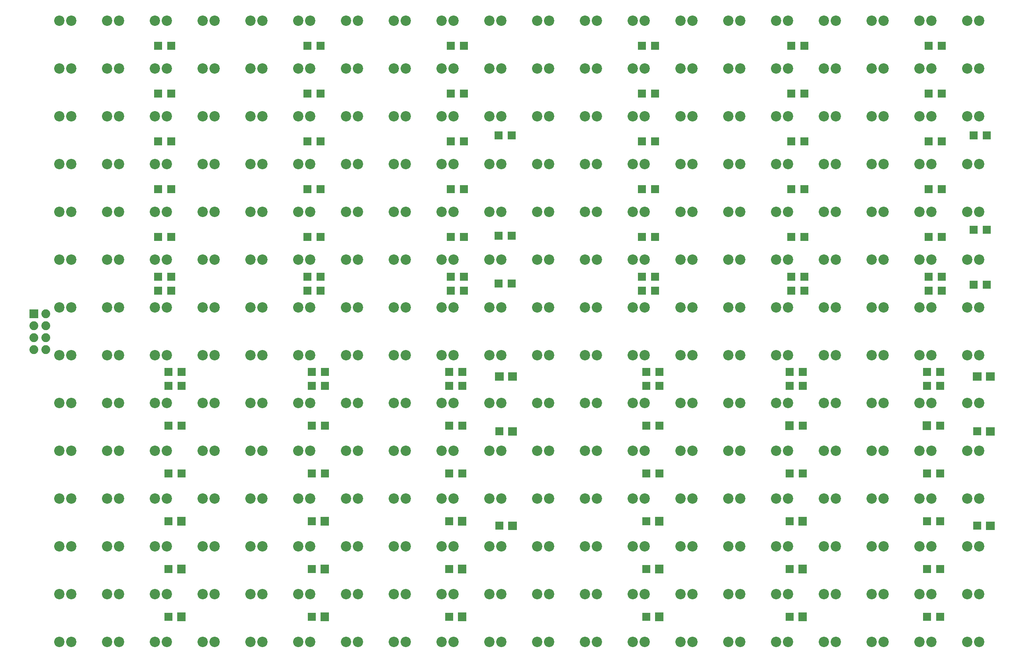
<source format=gbr>
%FSLAX34Y34*%
%MOMM*%
%LNSOLDERMASK_BOTTOM*%
G71*
G01*
%ADD10C, 2.200*%
%ADD11C, 1.880*%
%ADD12R, 1.800X1.800*%
%LPD*%
X76200Y-76200D02*
G54D10*
D03*
X101600Y-76200D02*
G54D10*
D03*
X177800Y-76200D02*
G54D10*
D03*
X203200Y-76200D02*
G54D10*
D03*
X279400Y-76200D02*
G54D10*
D03*
X304800Y-76200D02*
G54D10*
D03*
X381000Y-76200D02*
G54D10*
D03*
X406400Y-76200D02*
G54D10*
D03*
X482600Y-76200D02*
G54D10*
D03*
X508000Y-76200D02*
G54D10*
D03*
X584200Y-76200D02*
G54D10*
D03*
X609600Y-76200D02*
G54D10*
D03*
X685800Y-76200D02*
G54D10*
D03*
X711200Y-76200D02*
G54D10*
D03*
X787400Y-76200D02*
G54D10*
D03*
X812800Y-76200D02*
G54D10*
D03*
X889000Y-76200D02*
G54D10*
D03*
X914400Y-76200D02*
G54D10*
D03*
X990600Y-76200D02*
G54D10*
D03*
X1016000Y-76200D02*
G54D10*
D03*
X1092200Y-76200D02*
G54D10*
D03*
X1117600Y-76200D02*
G54D10*
D03*
X1193800Y-76200D02*
G54D10*
D03*
X1219200Y-76200D02*
G54D10*
D03*
X1295400Y-76200D02*
G54D10*
D03*
X1320800Y-76200D02*
G54D10*
D03*
X1397000Y-76200D02*
G54D10*
D03*
X1422400Y-76200D02*
G54D10*
D03*
X1498600Y-76200D02*
G54D10*
D03*
X1524000Y-76200D02*
G54D10*
D03*
X1600200Y-76200D02*
G54D10*
D03*
X1625600Y-76200D02*
G54D10*
D03*
X1701800Y-76200D02*
G54D10*
D03*
X1727200Y-76200D02*
G54D10*
D03*
X1803400Y-76200D02*
G54D10*
D03*
X1828800Y-76200D02*
G54D10*
D03*
X1905000Y-76200D02*
G54D10*
D03*
X1930400Y-76200D02*
G54D10*
D03*
X2006600Y-76200D02*
G54D10*
D03*
X2032000Y-76200D02*
G54D10*
D03*
X76200Y-177800D02*
G54D10*
D03*
X101600Y-177800D02*
G54D10*
D03*
X76200Y-279400D02*
G54D10*
D03*
X101600Y-279400D02*
G54D10*
D03*
X76200Y-381000D02*
G54D10*
D03*
X101600Y-381000D02*
G54D10*
D03*
X76200Y-482600D02*
G54D10*
D03*
X101600Y-482600D02*
G54D10*
D03*
X76200Y-584200D02*
G54D10*
D03*
X101600Y-584200D02*
G54D10*
D03*
X76200Y-685800D02*
G54D10*
D03*
X101600Y-685800D02*
G54D10*
D03*
X76200Y-787400D02*
G54D10*
D03*
X101600Y-787400D02*
G54D10*
D03*
X76200Y-889000D02*
G54D10*
D03*
X101600Y-889000D02*
G54D10*
D03*
X76200Y-990600D02*
G54D10*
D03*
X101600Y-990600D02*
G54D10*
D03*
X76200Y-1092200D02*
G54D10*
D03*
X101600Y-1092200D02*
G54D10*
D03*
X76200Y-1193800D02*
G54D10*
D03*
X101600Y-1193800D02*
G54D10*
D03*
X76200Y-1295400D02*
G54D10*
D03*
X101600Y-1295400D02*
G54D10*
D03*
X76200Y-1397000D02*
G54D10*
D03*
X101600Y-1397000D02*
G54D10*
D03*
X177800Y-177800D02*
G54D10*
D03*
X203200Y-177800D02*
G54D10*
D03*
X177800Y-279400D02*
G54D10*
D03*
X203200Y-279400D02*
G54D10*
D03*
X177800Y-381000D02*
G54D10*
D03*
X203200Y-381000D02*
G54D10*
D03*
X177800Y-482600D02*
G54D10*
D03*
X203200Y-482600D02*
G54D10*
D03*
X177800Y-584200D02*
G54D10*
D03*
X203200Y-584200D02*
G54D10*
D03*
X177800Y-685800D02*
G54D10*
D03*
X203200Y-685800D02*
G54D10*
D03*
X279400Y-177800D02*
G54D10*
D03*
X304800Y-177800D02*
G54D10*
D03*
X279400Y-279400D02*
G54D10*
D03*
X304800Y-279400D02*
G54D10*
D03*
X279400Y-381000D02*
G54D10*
D03*
X304800Y-381000D02*
G54D10*
D03*
X279400Y-482600D02*
G54D10*
D03*
X304800Y-482600D02*
G54D10*
D03*
X279400Y-584200D02*
G54D10*
D03*
X304800Y-584200D02*
G54D10*
D03*
X279400Y-685800D02*
G54D10*
D03*
X304800Y-685800D02*
G54D10*
D03*
X381000Y-177800D02*
G54D10*
D03*
X406400Y-177800D02*
G54D10*
D03*
X381000Y-279400D02*
G54D10*
D03*
X406400Y-279400D02*
G54D10*
D03*
X381000Y-381000D02*
G54D10*
D03*
X406400Y-381000D02*
G54D10*
D03*
X381000Y-482600D02*
G54D10*
D03*
X406400Y-482600D02*
G54D10*
D03*
X381000Y-584200D02*
G54D10*
D03*
X406400Y-584200D02*
G54D10*
D03*
X381000Y-685800D02*
G54D10*
D03*
X406400Y-685800D02*
G54D10*
D03*
X482600Y-177800D02*
G54D10*
D03*
X508000Y-177800D02*
G54D10*
D03*
X482600Y-279400D02*
G54D10*
D03*
X508000Y-279400D02*
G54D10*
D03*
X482600Y-381000D02*
G54D10*
D03*
X508000Y-381000D02*
G54D10*
D03*
X482600Y-482600D02*
G54D10*
D03*
X508000Y-482600D02*
G54D10*
D03*
X482600Y-584200D02*
G54D10*
D03*
X508000Y-584200D02*
G54D10*
D03*
X482600Y-685800D02*
G54D10*
D03*
X508000Y-685800D02*
G54D10*
D03*
X584200Y-177800D02*
G54D10*
D03*
X609600Y-177800D02*
G54D10*
D03*
X584200Y-279400D02*
G54D10*
D03*
X609600Y-279400D02*
G54D10*
D03*
X584200Y-381000D02*
G54D10*
D03*
X609600Y-381000D02*
G54D10*
D03*
X584200Y-482600D02*
G54D10*
D03*
X609600Y-482600D02*
G54D10*
D03*
X584200Y-584200D02*
G54D10*
D03*
X609600Y-584200D02*
G54D10*
D03*
X584200Y-685800D02*
G54D10*
D03*
X609600Y-685800D02*
G54D10*
D03*
X685800Y-177800D02*
G54D10*
D03*
X711200Y-177800D02*
G54D10*
D03*
X685800Y-279400D02*
G54D10*
D03*
X711200Y-279400D02*
G54D10*
D03*
X685800Y-381000D02*
G54D10*
D03*
X711200Y-381000D02*
G54D10*
D03*
X685800Y-482600D02*
G54D10*
D03*
X711200Y-482600D02*
G54D10*
D03*
X685800Y-584200D02*
G54D10*
D03*
X711200Y-584200D02*
G54D10*
D03*
X685800Y-685800D02*
G54D10*
D03*
X711200Y-685800D02*
G54D10*
D03*
X787400Y-177800D02*
G54D10*
D03*
X812800Y-177800D02*
G54D10*
D03*
X787400Y-279400D02*
G54D10*
D03*
X812800Y-279400D02*
G54D10*
D03*
X787400Y-381000D02*
G54D10*
D03*
X812800Y-381000D02*
G54D10*
D03*
X787400Y-482600D02*
G54D10*
D03*
X812800Y-482600D02*
G54D10*
D03*
X787400Y-584200D02*
G54D10*
D03*
X812800Y-584200D02*
G54D10*
D03*
X787400Y-685800D02*
G54D10*
D03*
X812800Y-685800D02*
G54D10*
D03*
X889000Y-177800D02*
G54D10*
D03*
X914400Y-177800D02*
G54D10*
D03*
X889000Y-279400D02*
G54D10*
D03*
X914400Y-279400D02*
G54D10*
D03*
X889000Y-381000D02*
G54D10*
D03*
X914400Y-381000D02*
G54D10*
D03*
X889000Y-482600D02*
G54D10*
D03*
X914400Y-482600D02*
G54D10*
D03*
X889000Y-584200D02*
G54D10*
D03*
X914400Y-584200D02*
G54D10*
D03*
X889000Y-685800D02*
G54D10*
D03*
X914400Y-685800D02*
G54D10*
D03*
X990600Y-177800D02*
G54D10*
D03*
X1016000Y-177800D02*
G54D10*
D03*
X990600Y-279400D02*
G54D10*
D03*
X1016000Y-279400D02*
G54D10*
D03*
X990600Y-381000D02*
G54D10*
D03*
X1016000Y-381000D02*
G54D10*
D03*
X990600Y-482600D02*
G54D10*
D03*
X1016000Y-482600D02*
G54D10*
D03*
X990600Y-584200D02*
G54D10*
D03*
X1016000Y-584200D02*
G54D10*
D03*
X990600Y-685800D02*
G54D10*
D03*
X1016000Y-685800D02*
G54D10*
D03*
X1092200Y-177800D02*
G54D10*
D03*
X1117600Y-177800D02*
G54D10*
D03*
X1092200Y-279400D02*
G54D10*
D03*
X1117600Y-279400D02*
G54D10*
D03*
X1092200Y-381000D02*
G54D10*
D03*
X1117600Y-381000D02*
G54D10*
D03*
X1092200Y-482600D02*
G54D10*
D03*
X1117600Y-482600D02*
G54D10*
D03*
X1092200Y-584200D02*
G54D10*
D03*
X1117600Y-584200D02*
G54D10*
D03*
X1092200Y-685800D02*
G54D10*
D03*
X1117600Y-685800D02*
G54D10*
D03*
X1193800Y-177800D02*
G54D10*
D03*
X1219200Y-177800D02*
G54D10*
D03*
X1193800Y-279400D02*
G54D10*
D03*
X1219200Y-279400D02*
G54D10*
D03*
X1193800Y-381000D02*
G54D10*
D03*
X1219200Y-381000D02*
G54D10*
D03*
X1193800Y-482600D02*
G54D10*
D03*
X1219200Y-482600D02*
G54D10*
D03*
X1193800Y-584200D02*
G54D10*
D03*
X1219200Y-584200D02*
G54D10*
D03*
X1193800Y-685800D02*
G54D10*
D03*
X1219200Y-685800D02*
G54D10*
D03*
X1295400Y-177800D02*
G54D10*
D03*
X1320800Y-177800D02*
G54D10*
D03*
X1295400Y-279400D02*
G54D10*
D03*
X1320800Y-279400D02*
G54D10*
D03*
X1295400Y-381000D02*
G54D10*
D03*
X1320800Y-381000D02*
G54D10*
D03*
X1295400Y-482600D02*
G54D10*
D03*
X1320800Y-482600D02*
G54D10*
D03*
X1295400Y-584200D02*
G54D10*
D03*
X1320800Y-584200D02*
G54D10*
D03*
X1295400Y-685800D02*
G54D10*
D03*
X1320800Y-685800D02*
G54D10*
D03*
X1397000Y-177800D02*
G54D10*
D03*
X1422400Y-177800D02*
G54D10*
D03*
X1397000Y-279400D02*
G54D10*
D03*
X1422400Y-279400D02*
G54D10*
D03*
X1397000Y-381000D02*
G54D10*
D03*
X1422400Y-381000D02*
G54D10*
D03*
X1397000Y-482600D02*
G54D10*
D03*
X1422400Y-482600D02*
G54D10*
D03*
X1397000Y-584200D02*
G54D10*
D03*
X1422400Y-584200D02*
G54D10*
D03*
X1397000Y-685800D02*
G54D10*
D03*
X1422400Y-685800D02*
G54D10*
D03*
X1498600Y-177800D02*
G54D10*
D03*
X1524000Y-177800D02*
G54D10*
D03*
X1498600Y-279400D02*
G54D10*
D03*
X1524000Y-279400D02*
G54D10*
D03*
X1498600Y-381000D02*
G54D10*
D03*
X1524000Y-381000D02*
G54D10*
D03*
X1498600Y-482600D02*
G54D10*
D03*
X1524000Y-482600D02*
G54D10*
D03*
X1498600Y-584200D02*
G54D10*
D03*
X1524000Y-584200D02*
G54D10*
D03*
X1498600Y-685800D02*
G54D10*
D03*
X1524000Y-685800D02*
G54D10*
D03*
X1600200Y-177800D02*
G54D10*
D03*
X1625600Y-177800D02*
G54D10*
D03*
X1600200Y-279400D02*
G54D10*
D03*
X1625600Y-279400D02*
G54D10*
D03*
X1600200Y-381000D02*
G54D10*
D03*
X1625600Y-381000D02*
G54D10*
D03*
X1600200Y-482600D02*
G54D10*
D03*
X1625600Y-482600D02*
G54D10*
D03*
X1600200Y-584200D02*
G54D10*
D03*
X1625600Y-584200D02*
G54D10*
D03*
X1600200Y-685800D02*
G54D10*
D03*
X1625600Y-685800D02*
G54D10*
D03*
X1701800Y-177800D02*
G54D10*
D03*
X1727200Y-177800D02*
G54D10*
D03*
X1701800Y-279400D02*
G54D10*
D03*
X1727200Y-279400D02*
G54D10*
D03*
X1701800Y-381000D02*
G54D10*
D03*
X1727200Y-381000D02*
G54D10*
D03*
X1701800Y-482600D02*
G54D10*
D03*
X1727200Y-482600D02*
G54D10*
D03*
X1701800Y-584200D02*
G54D10*
D03*
X1727200Y-584200D02*
G54D10*
D03*
X1701800Y-685800D02*
G54D10*
D03*
X1727200Y-685800D02*
G54D10*
D03*
X1803400Y-177800D02*
G54D10*
D03*
X1828800Y-177800D02*
G54D10*
D03*
X1803400Y-279400D02*
G54D10*
D03*
X1828800Y-279400D02*
G54D10*
D03*
X1803400Y-381000D02*
G54D10*
D03*
X1828800Y-381000D02*
G54D10*
D03*
X1803400Y-482600D02*
G54D10*
D03*
X1828800Y-482600D02*
G54D10*
D03*
X1803400Y-584200D02*
G54D10*
D03*
X1828800Y-584200D02*
G54D10*
D03*
X1803400Y-685800D02*
G54D10*
D03*
X1828800Y-685800D02*
G54D10*
D03*
X1905000Y-177800D02*
G54D10*
D03*
X1930400Y-177800D02*
G54D10*
D03*
X1905000Y-279400D02*
G54D10*
D03*
X1930400Y-279400D02*
G54D10*
D03*
X1905000Y-381000D02*
G54D10*
D03*
X1930400Y-381000D02*
G54D10*
D03*
X1905000Y-482600D02*
G54D10*
D03*
X1930400Y-482600D02*
G54D10*
D03*
X1905000Y-584200D02*
G54D10*
D03*
X1930400Y-584200D02*
G54D10*
D03*
X1905000Y-685800D02*
G54D10*
D03*
X1930400Y-685800D02*
G54D10*
D03*
X2006600Y-177800D02*
G54D10*
D03*
X2032000Y-177800D02*
G54D10*
D03*
X2006600Y-279400D02*
G54D10*
D03*
X2032000Y-279400D02*
G54D10*
D03*
X2006600Y-381000D02*
G54D10*
D03*
X2032000Y-381000D02*
G54D10*
D03*
X2006600Y-482600D02*
G54D10*
D03*
X2032000Y-482600D02*
G54D10*
D03*
X2006600Y-584200D02*
G54D10*
D03*
X2032000Y-584200D02*
G54D10*
D03*
X2006600Y-685800D02*
G54D10*
D03*
X2032000Y-685800D02*
G54D10*
D03*
X177800Y-787400D02*
G54D10*
D03*
X203200Y-787400D02*
G54D10*
D03*
X279400Y-787400D02*
G54D10*
D03*
X304800Y-787400D02*
G54D10*
D03*
X381000Y-787400D02*
G54D10*
D03*
X406400Y-787400D02*
G54D10*
D03*
X482600Y-787400D02*
G54D10*
D03*
X508000Y-787400D02*
G54D10*
D03*
X584200Y-787400D02*
G54D10*
D03*
X609600Y-787400D02*
G54D10*
D03*
X685800Y-787400D02*
G54D10*
D03*
X711200Y-787400D02*
G54D10*
D03*
X787400Y-787400D02*
G54D10*
D03*
X812800Y-787400D02*
G54D10*
D03*
X889000Y-787400D02*
G54D10*
D03*
X914400Y-787400D02*
G54D10*
D03*
X990600Y-787400D02*
G54D10*
D03*
X1016000Y-787400D02*
G54D10*
D03*
X177800Y-889000D02*
G54D10*
D03*
X203200Y-889000D02*
G54D10*
D03*
X177800Y-990600D02*
G54D10*
D03*
X203200Y-990600D02*
G54D10*
D03*
X177800Y-1092200D02*
G54D10*
D03*
X203200Y-1092200D02*
G54D10*
D03*
X177800Y-1193800D02*
G54D10*
D03*
X203200Y-1193800D02*
G54D10*
D03*
X177800Y-1295400D02*
G54D10*
D03*
X203200Y-1295400D02*
G54D10*
D03*
X177800Y-1397000D02*
G54D10*
D03*
X203200Y-1397000D02*
G54D10*
D03*
X279400Y-889000D02*
G54D10*
D03*
X304800Y-889000D02*
G54D10*
D03*
X279400Y-990600D02*
G54D10*
D03*
X304800Y-990600D02*
G54D10*
D03*
X279400Y-1092200D02*
G54D10*
D03*
X304800Y-1092200D02*
G54D10*
D03*
X279400Y-1193800D02*
G54D10*
D03*
X304800Y-1193800D02*
G54D10*
D03*
X279400Y-1295400D02*
G54D10*
D03*
X304800Y-1295400D02*
G54D10*
D03*
X279400Y-1397000D02*
G54D10*
D03*
X304800Y-1397000D02*
G54D10*
D03*
X381000Y-889000D02*
G54D10*
D03*
X406400Y-889000D02*
G54D10*
D03*
X381000Y-990600D02*
G54D10*
D03*
X406400Y-990600D02*
G54D10*
D03*
X381000Y-1092200D02*
G54D10*
D03*
X406400Y-1092200D02*
G54D10*
D03*
X381000Y-1193800D02*
G54D10*
D03*
X406400Y-1193800D02*
G54D10*
D03*
X381000Y-1295400D02*
G54D10*
D03*
X406400Y-1295400D02*
G54D10*
D03*
X381000Y-1397000D02*
G54D10*
D03*
X406400Y-1397000D02*
G54D10*
D03*
X482600Y-889000D02*
G54D10*
D03*
X508000Y-889000D02*
G54D10*
D03*
X482600Y-990600D02*
G54D10*
D03*
X508000Y-990600D02*
G54D10*
D03*
X482600Y-1092200D02*
G54D10*
D03*
X508000Y-1092200D02*
G54D10*
D03*
X482600Y-1193800D02*
G54D10*
D03*
X508000Y-1193800D02*
G54D10*
D03*
X482600Y-1295400D02*
G54D10*
D03*
X508000Y-1295400D02*
G54D10*
D03*
X482600Y-1397000D02*
G54D10*
D03*
X508000Y-1397000D02*
G54D10*
D03*
X584200Y-889000D02*
G54D10*
D03*
X609600Y-889000D02*
G54D10*
D03*
X584200Y-990600D02*
G54D10*
D03*
X609600Y-990600D02*
G54D10*
D03*
X584200Y-1092200D02*
G54D10*
D03*
X609600Y-1092200D02*
G54D10*
D03*
X584200Y-1193800D02*
G54D10*
D03*
X609600Y-1193800D02*
G54D10*
D03*
X584200Y-1295400D02*
G54D10*
D03*
X609600Y-1295400D02*
G54D10*
D03*
X584200Y-1397000D02*
G54D10*
D03*
X609600Y-1397000D02*
G54D10*
D03*
X685800Y-889000D02*
G54D10*
D03*
X711200Y-889000D02*
G54D10*
D03*
X685800Y-990600D02*
G54D10*
D03*
X711200Y-990600D02*
G54D10*
D03*
X685800Y-1092200D02*
G54D10*
D03*
X711200Y-1092200D02*
G54D10*
D03*
X685800Y-1193800D02*
G54D10*
D03*
X711200Y-1193800D02*
G54D10*
D03*
X685800Y-1295400D02*
G54D10*
D03*
X711200Y-1295400D02*
G54D10*
D03*
X685800Y-1397000D02*
G54D10*
D03*
X711200Y-1397000D02*
G54D10*
D03*
X787400Y-889000D02*
G54D10*
D03*
X812800Y-889000D02*
G54D10*
D03*
X787400Y-990600D02*
G54D10*
D03*
X812800Y-990600D02*
G54D10*
D03*
X787400Y-1092200D02*
G54D10*
D03*
X812800Y-1092200D02*
G54D10*
D03*
X787400Y-1193800D02*
G54D10*
D03*
X812800Y-1193800D02*
G54D10*
D03*
X787400Y-1295400D02*
G54D10*
D03*
X812800Y-1295400D02*
G54D10*
D03*
X787400Y-1397000D02*
G54D10*
D03*
X812800Y-1397000D02*
G54D10*
D03*
X889000Y-889000D02*
G54D10*
D03*
X914400Y-889000D02*
G54D10*
D03*
X889000Y-990600D02*
G54D10*
D03*
X914400Y-990600D02*
G54D10*
D03*
X889000Y-1092200D02*
G54D10*
D03*
X914400Y-1092200D02*
G54D10*
D03*
X889000Y-1193800D02*
G54D10*
D03*
X914400Y-1193800D02*
G54D10*
D03*
X889000Y-1295400D02*
G54D10*
D03*
X914400Y-1295400D02*
G54D10*
D03*
X889000Y-1397000D02*
G54D10*
D03*
X914400Y-1397000D02*
G54D10*
D03*
X990600Y-889000D02*
G54D10*
D03*
X1016000Y-889000D02*
G54D10*
D03*
X990600Y-990600D02*
G54D10*
D03*
X1016000Y-990600D02*
G54D10*
D03*
X990600Y-1092200D02*
G54D10*
D03*
X1016000Y-1092200D02*
G54D10*
D03*
X990600Y-1193800D02*
G54D10*
D03*
X1016000Y-1193800D02*
G54D10*
D03*
X990600Y-1295400D02*
G54D10*
D03*
X1016000Y-1295400D02*
G54D10*
D03*
X990600Y-1397000D02*
G54D10*
D03*
X1016000Y-1397000D02*
G54D10*
D03*
X1092200Y-787400D02*
G54D10*
D03*
X1117600Y-787400D02*
G54D10*
D03*
X1092200Y-889000D02*
G54D10*
D03*
X1117600Y-889000D02*
G54D10*
D03*
X1092200Y-990600D02*
G54D10*
D03*
X1117600Y-990600D02*
G54D10*
D03*
X1092200Y-1092200D02*
G54D10*
D03*
X1117600Y-1092200D02*
G54D10*
D03*
X1092200Y-1193800D02*
G54D10*
D03*
X1117600Y-1193800D02*
G54D10*
D03*
X1092200Y-1295400D02*
G54D10*
D03*
X1117600Y-1295400D02*
G54D10*
D03*
X1092200Y-1397000D02*
G54D10*
D03*
X1117600Y-1397000D02*
G54D10*
D03*
X1193800Y-787400D02*
G54D10*
D03*
X1219200Y-787400D02*
G54D10*
D03*
X1295400Y-787400D02*
G54D10*
D03*
X1320800Y-787400D02*
G54D10*
D03*
X1397000Y-787400D02*
G54D10*
D03*
X1422400Y-787400D02*
G54D10*
D03*
X1498600Y-787400D02*
G54D10*
D03*
X1524000Y-787400D02*
G54D10*
D03*
X1600200Y-787400D02*
G54D10*
D03*
X1625600Y-787400D02*
G54D10*
D03*
X1701800Y-787400D02*
G54D10*
D03*
X1727200Y-787400D02*
G54D10*
D03*
X1803400Y-787400D02*
G54D10*
D03*
X1828800Y-787400D02*
G54D10*
D03*
X1905000Y-787400D02*
G54D10*
D03*
X1930400Y-787400D02*
G54D10*
D03*
X2006600Y-787400D02*
G54D10*
D03*
X2032000Y-787400D02*
G54D10*
D03*
X1193800Y-889000D02*
G54D10*
D03*
X1219200Y-889000D02*
G54D10*
D03*
X1193800Y-990600D02*
G54D10*
D03*
X1219200Y-990600D02*
G54D10*
D03*
X1193800Y-1092200D02*
G54D10*
D03*
X1219200Y-1092200D02*
G54D10*
D03*
X1193800Y-1193800D02*
G54D10*
D03*
X1219200Y-1193800D02*
G54D10*
D03*
X1193800Y-1295400D02*
G54D10*
D03*
X1219200Y-1295400D02*
G54D10*
D03*
X1193800Y-1397000D02*
G54D10*
D03*
X1219200Y-1397000D02*
G54D10*
D03*
X1295400Y-889000D02*
G54D10*
D03*
X1320800Y-889000D02*
G54D10*
D03*
X1295400Y-990600D02*
G54D10*
D03*
X1320800Y-990600D02*
G54D10*
D03*
X1295400Y-1092200D02*
G54D10*
D03*
X1320800Y-1092200D02*
G54D10*
D03*
X1295400Y-1193800D02*
G54D10*
D03*
X1320800Y-1193800D02*
G54D10*
D03*
X1295400Y-1295400D02*
G54D10*
D03*
X1320800Y-1295400D02*
G54D10*
D03*
X1295400Y-1397000D02*
G54D10*
D03*
X1320800Y-1397000D02*
G54D10*
D03*
X1397000Y-889000D02*
G54D10*
D03*
X1422400Y-889000D02*
G54D10*
D03*
X1397000Y-990600D02*
G54D10*
D03*
X1422400Y-990600D02*
G54D10*
D03*
X1397000Y-1092200D02*
G54D10*
D03*
X1422400Y-1092200D02*
G54D10*
D03*
X1397000Y-1193800D02*
G54D10*
D03*
X1422400Y-1193800D02*
G54D10*
D03*
X1397000Y-1295400D02*
G54D10*
D03*
X1422400Y-1295400D02*
G54D10*
D03*
X1397000Y-1397000D02*
G54D10*
D03*
X1422400Y-1397000D02*
G54D10*
D03*
X1498600Y-889000D02*
G54D10*
D03*
X1524000Y-889000D02*
G54D10*
D03*
X1498600Y-990600D02*
G54D10*
D03*
X1524000Y-990600D02*
G54D10*
D03*
X1498600Y-1092200D02*
G54D10*
D03*
X1524000Y-1092200D02*
G54D10*
D03*
X1498600Y-1193800D02*
G54D10*
D03*
X1524000Y-1193800D02*
G54D10*
D03*
X1498600Y-1295400D02*
G54D10*
D03*
X1524000Y-1295400D02*
G54D10*
D03*
X1498600Y-1397000D02*
G54D10*
D03*
X1524000Y-1397000D02*
G54D10*
D03*
X1600200Y-889000D02*
G54D10*
D03*
X1625600Y-889000D02*
G54D10*
D03*
X1600200Y-990600D02*
G54D10*
D03*
X1625600Y-990600D02*
G54D10*
D03*
X1600200Y-1092200D02*
G54D10*
D03*
X1625600Y-1092200D02*
G54D10*
D03*
X1600200Y-1193800D02*
G54D10*
D03*
X1625600Y-1193800D02*
G54D10*
D03*
X1600200Y-1295400D02*
G54D10*
D03*
X1625600Y-1295400D02*
G54D10*
D03*
X1600200Y-1397000D02*
G54D10*
D03*
X1625600Y-1397000D02*
G54D10*
D03*
X1701800Y-889000D02*
G54D10*
D03*
X1727200Y-889000D02*
G54D10*
D03*
X1701800Y-990600D02*
G54D10*
D03*
X1727200Y-990600D02*
G54D10*
D03*
X1701800Y-1092200D02*
G54D10*
D03*
X1727200Y-1092200D02*
G54D10*
D03*
X1701800Y-1193800D02*
G54D10*
D03*
X1727200Y-1193800D02*
G54D10*
D03*
X1701800Y-1295400D02*
G54D10*
D03*
X1727200Y-1295400D02*
G54D10*
D03*
X1701800Y-1397000D02*
G54D10*
D03*
X1727200Y-1397000D02*
G54D10*
D03*
X1803400Y-889000D02*
G54D10*
D03*
X1828800Y-889000D02*
G54D10*
D03*
X1803400Y-990600D02*
G54D10*
D03*
X1828800Y-990600D02*
G54D10*
D03*
X1803400Y-1092200D02*
G54D10*
D03*
X1828800Y-1092200D02*
G54D10*
D03*
X1803400Y-1193800D02*
G54D10*
D03*
X1828800Y-1193800D02*
G54D10*
D03*
X1803400Y-1295400D02*
G54D10*
D03*
X1828800Y-1295400D02*
G54D10*
D03*
X1803400Y-1397000D02*
G54D10*
D03*
X1828800Y-1397000D02*
G54D10*
D03*
X1905000Y-889000D02*
G54D10*
D03*
X1930400Y-889000D02*
G54D10*
D03*
X1905000Y-990600D02*
G54D10*
D03*
X1930400Y-990600D02*
G54D10*
D03*
X1905000Y-1092200D02*
G54D10*
D03*
X1930400Y-1092200D02*
G54D10*
D03*
X1905000Y-1193800D02*
G54D10*
D03*
X1930400Y-1193800D02*
G54D10*
D03*
X1905000Y-1295400D02*
G54D10*
D03*
X1930400Y-1295400D02*
G54D10*
D03*
X1905000Y-1397000D02*
G54D10*
D03*
X1930400Y-1397000D02*
G54D10*
D03*
X2006600Y-889000D02*
G54D10*
D03*
X2032000Y-889000D02*
G54D10*
D03*
X2006600Y-990600D02*
G54D10*
D03*
X2032000Y-990600D02*
G54D10*
D03*
X2006600Y-1092200D02*
G54D10*
D03*
X2032000Y-1092200D02*
G54D10*
D03*
X2006600Y-1193800D02*
G54D10*
D03*
X2032000Y-1193800D02*
G54D10*
D03*
X2006600Y-1295400D02*
G54D10*
D03*
X2032000Y-1295400D02*
G54D10*
D03*
X2006600Y-1397000D02*
G54D10*
D03*
X2032000Y-1397000D02*
G54D10*
D03*
G36*
X31649Y-689876D02*
X31649Y-708676D01*
X12849Y-708676D01*
X12849Y-689876D01*
X31649Y-689876D01*
G37*
X47649Y-699276D02*
G54D11*
D03*
X22249Y-724676D02*
G54D11*
D03*
X47649Y-724676D02*
G54D11*
D03*
X22249Y-750076D02*
G54D11*
D03*
X47649Y-750076D02*
G54D11*
D03*
X22249Y-775476D02*
G54D11*
D03*
X47649Y-775476D02*
G54D11*
D03*
X314400Y-649875D02*
G54D12*
D03*
X286400Y-649875D02*
G54D12*
D03*
X314400Y-620665D02*
G54D12*
D03*
X286400Y-620665D02*
G54D12*
D03*
X314400Y-535575D02*
G54D12*
D03*
X286400Y-535575D02*
G54D12*
D03*
X314400Y-433975D02*
G54D12*
D03*
X286400Y-433975D02*
G54D12*
D03*
X314400Y-332375D02*
G54D12*
D03*
X286400Y-332375D02*
G54D12*
D03*
X314400Y-230775D02*
G54D12*
D03*
X286400Y-230775D02*
G54D12*
D03*
X314400Y-129175D02*
G54D12*
D03*
X286400Y-129175D02*
G54D12*
D03*
X631900Y-649875D02*
G54D12*
D03*
X603900Y-649875D02*
G54D12*
D03*
X631900Y-620665D02*
G54D12*
D03*
X603900Y-620665D02*
G54D12*
D03*
X631900Y-535575D02*
G54D12*
D03*
X603900Y-535575D02*
G54D12*
D03*
X631900Y-433975D02*
G54D12*
D03*
X603900Y-433975D02*
G54D12*
D03*
X631900Y-332375D02*
G54D12*
D03*
X603900Y-332375D02*
G54D12*
D03*
X631900Y-230775D02*
G54D12*
D03*
X603900Y-230775D02*
G54D12*
D03*
X631900Y-129175D02*
G54D12*
D03*
X603900Y-129175D02*
G54D12*
D03*
X936700Y-649875D02*
G54D12*
D03*
X908700Y-649875D02*
G54D12*
D03*
X936700Y-620665D02*
G54D12*
D03*
X908700Y-620665D02*
G54D12*
D03*
X936700Y-535575D02*
G54D12*
D03*
X908700Y-535575D02*
G54D12*
D03*
X936700Y-433975D02*
G54D12*
D03*
X908700Y-433975D02*
G54D12*
D03*
X936700Y-332375D02*
G54D12*
D03*
X908700Y-332375D02*
G54D12*
D03*
X936700Y-230775D02*
G54D12*
D03*
X908700Y-230775D02*
G54D12*
D03*
X936700Y-129175D02*
G54D12*
D03*
X908700Y-129175D02*
G54D12*
D03*
X1038300Y-319675D02*
G54D12*
D03*
X1010300Y-319675D02*
G54D12*
D03*
X1038300Y-533035D02*
G54D12*
D03*
X1010300Y-533035D02*
G54D12*
D03*
X1343100Y-649875D02*
G54D12*
D03*
X1315100Y-649875D02*
G54D12*
D03*
X1343100Y-620665D02*
G54D12*
D03*
X1315100Y-620665D02*
G54D12*
D03*
X1343100Y-535575D02*
G54D12*
D03*
X1315100Y-535575D02*
G54D12*
D03*
X1343100Y-433975D02*
G54D12*
D03*
X1315100Y-433975D02*
G54D12*
D03*
X1343100Y-332375D02*
G54D12*
D03*
X1315100Y-332375D02*
G54D12*
D03*
X1343100Y-230775D02*
G54D12*
D03*
X1315100Y-230775D02*
G54D12*
D03*
X1343100Y-129175D02*
G54D12*
D03*
X1315100Y-129175D02*
G54D12*
D03*
X1660600Y-649875D02*
G54D12*
D03*
X1632600Y-649875D02*
G54D12*
D03*
X1660600Y-620665D02*
G54D12*
D03*
X1632600Y-620665D02*
G54D12*
D03*
X1660600Y-535575D02*
G54D12*
D03*
X1632600Y-535575D02*
G54D12*
D03*
X1660600Y-433975D02*
G54D12*
D03*
X1632600Y-433975D02*
G54D12*
D03*
X1660600Y-332375D02*
G54D12*
D03*
X1632600Y-332375D02*
G54D12*
D03*
X1660600Y-230775D02*
G54D12*
D03*
X1632600Y-230775D02*
G54D12*
D03*
X1660600Y-129175D02*
G54D12*
D03*
X1632600Y-129175D02*
G54D12*
D03*
X1952700Y-649875D02*
G54D12*
D03*
X1924700Y-649875D02*
G54D12*
D03*
X1952700Y-620665D02*
G54D12*
D03*
X1924700Y-620665D02*
G54D12*
D03*
X1952700Y-535575D02*
G54D12*
D03*
X1924700Y-535575D02*
G54D12*
D03*
X1952700Y-433975D02*
G54D12*
D03*
X1924700Y-433975D02*
G54D12*
D03*
X1952700Y-332375D02*
G54D12*
D03*
X1924700Y-332375D02*
G54D12*
D03*
X1952700Y-230775D02*
G54D12*
D03*
X1924700Y-230775D02*
G54D12*
D03*
X1952700Y-129175D02*
G54D12*
D03*
X1924700Y-129175D02*
G54D12*
D03*
X2047950Y-319675D02*
G54D12*
D03*
X2019950Y-319675D02*
G54D12*
D03*
X2047950Y-520335D02*
G54D12*
D03*
X2019950Y-520335D02*
G54D12*
D03*
X2047950Y-637175D02*
G54D12*
D03*
X2019950Y-637175D02*
G54D12*
D03*
X1038300Y-634635D02*
G54D12*
D03*
X1010300Y-634635D02*
G54D12*
D03*
X1323920Y-822684D02*
G54D12*
D03*
X1351920Y-822684D02*
G54D12*
D03*
X1323920Y-851894D02*
G54D12*
D03*
X1351920Y-851894D02*
G54D12*
D03*
X1323920Y-936984D02*
G54D12*
D03*
X1351920Y-936984D02*
G54D12*
D03*
X1323920Y-1038584D02*
G54D12*
D03*
X1351920Y-1038584D02*
G54D12*
D03*
X1323920Y-1140184D02*
G54D12*
D03*
G36*
X1342920Y-1131184D02*
X1360920Y-1131184D01*
X1360920Y-1149184D01*
X1342920Y-1149184D01*
X1342920Y-1131184D01*
G37*
X1323920Y-1241784D02*
G54D12*
D03*
G36*
X1342920Y-1232784D02*
X1360920Y-1232784D01*
X1360920Y-1250784D01*
X1342920Y-1250784D01*
X1342920Y-1232784D01*
G37*
X1323920Y-1343384D02*
G54D12*
D03*
G36*
X1342920Y-1334384D02*
X1360920Y-1334384D01*
X1360920Y-1352384D01*
X1342920Y-1352384D01*
X1342920Y-1334384D01*
G37*
X1628720Y-822684D02*
G54D12*
D03*
X1656720Y-822684D02*
G54D12*
D03*
X1628720Y-851894D02*
G54D12*
D03*
X1656720Y-851894D02*
G54D12*
D03*
G36*
X1619720Y-927984D02*
X1637720Y-927984D01*
X1637720Y-945984D01*
X1619720Y-945984D01*
X1619720Y-927984D01*
G37*
X1656720Y-936984D02*
G54D12*
D03*
X1628720Y-1038584D02*
G54D12*
D03*
X1656720Y-1038584D02*
G54D12*
D03*
X1628720Y-1140184D02*
G54D12*
D03*
G36*
X1647720Y-1131184D02*
X1665720Y-1131184D01*
X1665720Y-1149184D01*
X1647720Y-1149184D01*
X1647720Y-1131184D01*
G37*
X1628720Y-1241784D02*
G54D12*
D03*
G36*
X1647720Y-1232784D02*
X1665720Y-1232784D01*
X1665720Y-1250784D01*
X1647720Y-1250784D01*
X1647720Y-1232784D01*
G37*
X1628720Y-1343384D02*
G54D12*
D03*
G36*
X1647720Y-1334384D02*
X1665720Y-1334384D01*
X1665720Y-1352384D01*
X1647720Y-1352384D01*
X1647720Y-1334384D01*
G37*
X1920820Y-822684D02*
G54D12*
D03*
X1948820Y-822684D02*
G54D12*
D03*
X1920820Y-851894D02*
G54D12*
D03*
X1948820Y-851894D02*
G54D12*
D03*
G36*
X1911820Y-927984D02*
X1929820Y-927984D01*
X1929820Y-945984D01*
X1911820Y-945984D01*
X1911820Y-927984D01*
G37*
X1948820Y-936984D02*
G54D12*
D03*
X1920820Y-1038584D02*
G54D12*
D03*
X1948820Y-1038584D02*
G54D12*
D03*
X1920820Y-1140184D02*
G54D12*
D03*
X1948820Y-1140184D02*
G54D12*
D03*
X1920820Y-1241784D02*
G54D12*
D03*
X1948820Y-1241784D02*
G54D12*
D03*
X1920820Y-1343384D02*
G54D12*
D03*
X1948820Y-1343384D02*
G54D12*
D03*
X2027778Y-1149699D02*
G54D12*
D03*
G36*
X2046778Y-1140700D02*
X2064778Y-1140699D01*
X2064778Y-1158699D01*
X2046778Y-1158700D01*
X2046778Y-1140700D01*
G37*
X2027778Y-949040D02*
G54D12*
D03*
G36*
X2046778Y-940040D02*
X2064778Y-940039D01*
X2064778Y-958039D01*
X2046778Y-958040D01*
X2046778Y-940040D01*
G37*
G36*
X2018778Y-823200D02*
X2036778Y-823199D01*
X2036778Y-841199D01*
X2018778Y-841200D01*
X2018778Y-823200D01*
G37*
G36*
X2046778Y-823200D02*
X2064778Y-823199D01*
X2064778Y-841199D01*
X2046778Y-841200D01*
X2046778Y-823200D01*
G37*
X307920Y-822684D02*
G54D12*
D03*
X335920Y-822684D02*
G54D12*
D03*
X307920Y-851894D02*
G54D12*
D03*
X335920Y-851894D02*
G54D12*
D03*
X307920Y-936984D02*
G54D12*
D03*
X335920Y-936984D02*
G54D12*
D03*
X307920Y-1038584D02*
G54D12*
D03*
X335920Y-1038584D02*
G54D12*
D03*
X307920Y-1140184D02*
G54D12*
D03*
G36*
X326920Y-1131184D02*
X344920Y-1131184D01*
X344920Y-1149184D01*
X326920Y-1149184D01*
X326920Y-1131184D01*
G37*
X307920Y-1241784D02*
G54D12*
D03*
G36*
X326920Y-1232784D02*
X344920Y-1232784D01*
X344920Y-1250784D01*
X326920Y-1250784D01*
X326920Y-1232784D01*
G37*
X307920Y-1343384D02*
G54D12*
D03*
G36*
X326920Y-1334384D02*
X344920Y-1334384D01*
X344920Y-1352384D01*
X326920Y-1352384D01*
X326920Y-1334384D01*
G37*
X612720Y-822684D02*
G54D12*
D03*
X640720Y-822684D02*
G54D12*
D03*
X612720Y-851894D02*
G54D12*
D03*
X640720Y-851894D02*
G54D12*
D03*
X612720Y-936984D02*
G54D12*
D03*
X640720Y-936984D02*
G54D12*
D03*
X612720Y-1038584D02*
G54D12*
D03*
X640720Y-1038584D02*
G54D12*
D03*
X612720Y-1140184D02*
G54D12*
D03*
G36*
X631720Y-1131184D02*
X649720Y-1131184D01*
X649720Y-1149184D01*
X631720Y-1149184D01*
X631720Y-1131184D01*
G37*
X612720Y-1241784D02*
G54D12*
D03*
G36*
X631720Y-1232784D02*
X649720Y-1232784D01*
X649720Y-1250784D01*
X631720Y-1250784D01*
X631720Y-1232784D01*
G37*
X612720Y-1343384D02*
G54D12*
D03*
G36*
X631720Y-1334384D02*
X649720Y-1334384D01*
X649720Y-1352384D01*
X631720Y-1352384D01*
X631720Y-1334384D01*
G37*
X904820Y-822684D02*
G54D12*
D03*
X932820Y-822684D02*
G54D12*
D03*
X904820Y-851894D02*
G54D12*
D03*
X932820Y-851894D02*
G54D12*
D03*
X904820Y-936984D02*
G54D12*
D03*
X932820Y-936984D02*
G54D12*
D03*
X904820Y-1038584D02*
G54D12*
D03*
X932820Y-1038584D02*
G54D12*
D03*
X904820Y-1140184D02*
G54D12*
D03*
G36*
X923820Y-1131184D02*
X941820Y-1131184D01*
X941820Y-1149184D01*
X923820Y-1149184D01*
X923820Y-1131184D01*
G37*
X904820Y-1241784D02*
G54D12*
D03*
G36*
X923820Y-1232784D02*
X941820Y-1232784D01*
X941820Y-1250784D01*
X923820Y-1250784D01*
X923820Y-1232784D01*
G37*
X904820Y-1343384D02*
G54D12*
D03*
G36*
X923820Y-1334384D02*
X941820Y-1334384D01*
X941820Y-1352384D01*
X923820Y-1352384D01*
X923820Y-1334384D01*
G37*
X1011778Y-1149699D02*
G54D12*
D03*
G36*
X1030778Y-1140700D02*
X1048778Y-1140699D01*
X1048778Y-1158699D01*
X1030778Y-1158700D01*
X1030778Y-1140700D01*
G37*
X1011778Y-949040D02*
G54D12*
D03*
G36*
X1030778Y-940040D02*
X1048778Y-940039D01*
X1048778Y-958039D01*
X1030778Y-958040D01*
X1030778Y-940040D01*
G37*
G36*
X1002778Y-823200D02*
X1020778Y-823199D01*
X1020778Y-841199D01*
X1002778Y-841200D01*
X1002778Y-823200D01*
G37*
G36*
X1030778Y-823200D02*
X1048778Y-823199D01*
X1048778Y-841199D01*
X1030778Y-841200D01*
X1030778Y-823200D01*
G37*
M02*

</source>
